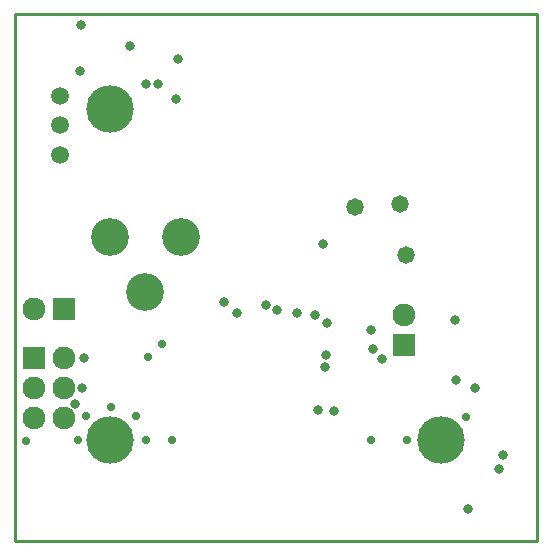
<source format=gbs>
G04*
G04 #@! TF.GenerationSoftware,Altium Limited,Altium Designer,19.1.7 (138)*
G04*
G04 Layer_Color=16711935*
%FSLAX44Y44*%
%MOMM*%
G71*
G01*
G75*
%ADD10C,0.2540*%
%ADD66C,3.2032*%
%ADD67C,1.5032*%
%ADD68C,1.9282*%
%ADD69R,1.9282X1.9282*%
%ADD70R,1.9282X1.9282*%
%ADD71C,0.8128*%
%ADD72C,1.4732*%
%ADD73C,0.7032*%
%ADD74C,4.0132*%
D10*
X-310000Y-79000D02*
X132000D01*
X-310000Y-525000D02*
Y-79000D01*
X132000Y-525000D02*
Y-79000D01*
X-310000Y-525000D02*
X132000D01*
D66*
X-169362Y-267208D02*
D03*
X-229362D02*
D03*
X-199362Y-314208D02*
D03*
D67*
X-271472Y-197974D02*
D03*
Y-172974D02*
D03*
Y-147974D02*
D03*
D68*
X-268478Y-420624D02*
D03*
X-293878D02*
D03*
X-268478Y-395224D02*
D03*
X-293878D02*
D03*
X-268478Y-369824D02*
D03*
X19304Y-333756D02*
D03*
X-293624Y-328676D02*
D03*
D69*
X-293878Y-369824D02*
D03*
X19304Y-359156D02*
D03*
D70*
X-268224Y-328676D02*
D03*
D71*
X-173001Y-150485D02*
D03*
X-188214Y-138176D02*
D03*
X-199136D02*
D03*
X-253492Y-88138D02*
D03*
X64008Y-388874D02*
D03*
X73914Y-498094D02*
D03*
X-6604Y-362458D02*
D03*
X-8382Y-346456D02*
D03*
X1270Y-370840D02*
D03*
X-87541Y-329527D02*
D03*
X-251460Y-369824D02*
D03*
X-121666Y-331724D02*
D03*
X-70866Y-331470D02*
D03*
X62992Y-338074D02*
D03*
X-48768Y-273050D02*
D03*
X79502Y-395478D02*
D03*
X100330Y-464058D02*
D03*
X-52832Y-413512D02*
D03*
X103124Y-451866D02*
D03*
X-39624Y-414782D02*
D03*
X-132588Y-322326D02*
D03*
X-97282Y-325120D02*
D03*
X-46228Y-367538D02*
D03*
X-46990Y-377444D02*
D03*
X-45212Y-340360D02*
D03*
X-259080Y-409194D02*
D03*
X-252730Y-395478D02*
D03*
X-55626Y-333502D02*
D03*
X-171704Y-116840D02*
D03*
X-254762Y-127254D02*
D03*
X-212344Y-105410D02*
D03*
D72*
X16510Y-239776D02*
D03*
X21336Y-282702D02*
D03*
X-21844Y-242316D02*
D03*
D73*
X72390Y-420116D02*
D03*
X-176530Y-439674D02*
D03*
X-184912Y-358394D02*
D03*
X-197358Y-369062D02*
D03*
X-207518Y-418592D02*
D03*
X-228111Y-411018D02*
D03*
X-249568Y-419066D02*
D03*
X-299974Y-439928D02*
D03*
X-256286Y-439674D02*
D03*
X-198628D02*
D03*
X-8636D02*
D03*
X22606Y-439166D02*
D03*
D74*
X-228890Y-159106D02*
D03*
X50864Y-439070D02*
D03*
X-228894D02*
D03*
M02*

</source>
